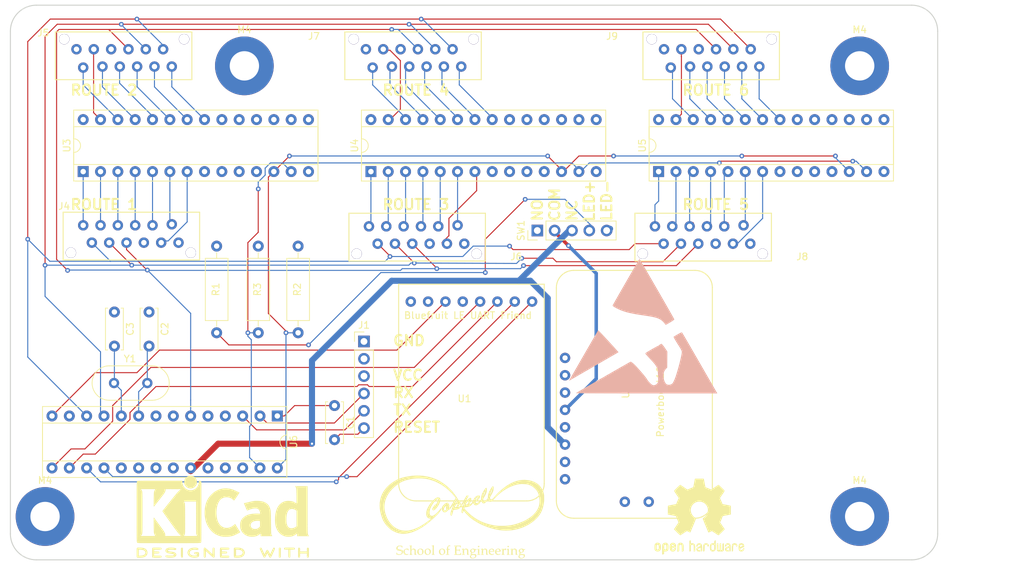
<source format=kicad_pcb>
(kicad_pcb (version 4) (host pcbnew 4.0.6)
  (layers (0 F.Cu mixed) (31 B.Cu mixed) (34 B.Paste user) (35 F.Paste user) (36 B.SilkS user) (37 F.SilkS user) (38 B.Mask user) (39 F.Mask user) (44 Edge.Cuts user))
  (net 0 "")
  (net 1 /CKC)
  (net 2 /GND)
  (net 3 /CKA)
  (net 4 /CKB)
  (net 5 /VCC)
  (net 6 /SCL)
  (net 7 /SDA)
  (net 8 "Net-(C2-Pad2)")
  (net 9 "Net-(R1-Pad1)")
  (net 10 "Net-(SW1-Pad2)")
  (net 11 /controller.sch/RESET)
  (net 12 /controller.sch/A0)
  (net 13 /RXI)
  (net 14 /TXO)
  (net 15 /CTS)
  (net 16 /MOD)
  (net 17 /RTS)
  (net 18 /RST)
  (net 19 "Net-(C3-Pad2)")
  (net 20 /RX)
  (net 21 /TX)
  (net 22 "Net-(J4-Pad9)")
  (net 23 "Net-(J4-Pad10)")
  (net 24 "Net-(J4-Pad12)")
  (net 25 "Net-(J5-Pad9)")
  (net 26 "Net-(J5-Pad10)")
  (net 27 "Net-(J5-Pad12)")
  (net 28 "Net-(J6-Pad9)")
  (net 29 "Net-(J6-Pad10)")
  (net 30 "Net-(J6-Pad12)")
  (net 31 "Net-(J7-Pad9)")
  (net 32 "Net-(J7-Pad10)")
  (net 33 "Net-(J7-Pad12)")
  (net 34 "Net-(J8-Pad9)")
  (net 35 "Net-(J8-Pad10)")
  (net 36 "Net-(J8-Pad12)")
  (net 37 "Net-(J9-Pad9)")
  (net 38 "Net-(J9-Pad10)")
  (net 39 "Net-(J9-Pad12)")
  (net 40 "Net-(J4-Pad2)")
  (net 41 "Net-(J4-Pad4)")
  (net 42 "Net-(J4-Pad6)")
  (net 43 "Net-(J4-Pad8)")
  (net 44 "Net-(J5-Pad2)")
  (net 45 "Net-(J5-Pad4)")
  (net 46 "Net-(J5-Pad6)")
  (net 47 "Net-(J5-Pad8)")
  (net 48 "Net-(J6-Pad2)")
  (net 49 "Net-(J6-Pad4)")
  (net 50 "Net-(J6-Pad6)")
  (net 51 "Net-(J6-Pad8)")
  (net 52 "Net-(J7-Pad2)")
  (net 53 "Net-(J7-Pad4)")
  (net 54 "Net-(J7-Pad6)")
  (net 55 "Net-(J7-Pad8)")
  (net 56 "Net-(J8-Pad2)")
  (net 57 "Net-(J8-Pad4)")
  (net 58 "Net-(J8-Pad6)")
  (net 59 "Net-(J8-Pad8)")
  (net 60 "Net-(J9-Pad2)")
  (net 61 "Net-(J9-Pad4)")
  (net 62 "Net-(J9-Pad6)")
  (net 63 "Net-(J9-Pad8)")
  (module Extra-Parts:Blueferuit_LE_UART (layer F.Cu) (at 151.892 118.364 270)
    (fp_text reference U1 (at 16.764 11.684 540) (layer F.SilkS))
    (fp_text value Adafruit_Bluefruit_LE_UART_Friend)
    (pad 1 thru_hole circle (at 2.54 1.778 270) (size 1.524 1.524) (drill 0.762) (layers *.Cu *.Mask) (net 16 /MOD))
    (pad 2 thru_hole circle (at 2.54 4.318 270) (size 1.524 1.524) (drill 0.762) (layers *.Cu *.Mask) (net 15 /CTS))
    (pad 3 thru_hole circle (at 2.54 6.858 270) (size 1.524 1.524) (drill 0.762) (layers *.Cu *.Mask) (net 14 /TXO))
    (pad 4 thru_hole circle (at 2.54 9.398 270) (size 1.524 1.524) (drill 0.762) (layers *.Cu *.Mask) (net 13 /RXI))
    (pad 5 thru_hole circle (at 2.54 11.938 270) (size 1.524 1.524) (drill 0.762) (layers *.Cu *.Mask) (net 5 /VCC))
    (pad 6 thru_hole circle (at 2.54 14.478 270) (size 1.524 1.524) (drill 0.762) (layers *.Cu *.Mask) (net 17 /RTS))
    (pad 7 thru_hole circle (at 2.54 17.018 270) (size 1.524 1.524) (drill 0.762) (layers *.Cu *.Mask) (net 2 /GND))
    (pad 8 thru_hole circle (at 2.54 19.558 270) (size 1.524 1.524) (drill 0.762) (layers *.Cu *.Mask))
  )
  (module Symbols:ESD-Logo_22x20mm_SilkScreen (layer B.Cu) (at 166.37 124.46 180)
    (fp_text reference REF*** hide)
    (fp_text value ESD-Logo_22x20mm_SilkScreen hide)
  )
  (module Housings_DIP:DIP-28_W7.62mm_Socket (layer F.Cu) (at 84.328 101.854 90)
    (fp_text reference U3 (at 3.81 -2.39 90) (layer F.SilkS))
    (fp_text value MCP23017)
    (pad 1 thru_hole rect (at 0 0 90) (size 1.6 1.6) (drill 0.8) (layers *.Cu *.Mask) (net 40 "Net-(J4-Pad2)"))
    (pad 15 thru_hole oval (at 7.62 33.02 90) (size 1.6 1.6) (drill 0.8) (layers *.Cu *.Mask) (net 2 /GND))
    (pad 2 thru_hole oval (at 0 2.54 90) (size 1.6 1.6) (drill 0.8) (layers *.Cu *.Mask) (net 41 "Net-(J4-Pad4)"))
    (pad 16 thru_hole oval (at 7.62 30.48 90) (size 1.6 1.6) (drill 0.8) (layers *.Cu *.Mask) (net 2 /GND))
    (pad 3 thru_hole oval (at 0 5.08 90) (size 1.6 1.6) (drill 0.8) (layers *.Cu *.Mask) (net 42 "Net-(J4-Pad6)"))
    (pad 17 thru_hole oval (at 7.62 27.94 90) (size 1.6 1.6) (drill 0.8) (layers *.Cu *.Mask) (net 2 /GND))
    (pad 4 thru_hole oval (at 0 7.62 90) (size 1.6 1.6) (drill 0.8) (layers *.Cu *.Mask) (net 43 "Net-(J4-Pad8)"))
    (pad 18 thru_hole oval (at 7.62 25.4 90) (size 1.6 1.6) (drill 0.8) (layers *.Cu *.Mask) (net 5 /VCC))
    (pad 5 thru_hole oval (at 0 10.16 90) (size 1.6 1.6) (drill 0.8) (layers *.Cu *.Mask) (net 23 "Net-(J4-Pad10)"))
    (pad 19 thru_hole oval (at 7.62 22.86 90) (size 1.6 1.6) (drill 0.8) (layers *.Cu *.Mask))
    (pad 6 thru_hole oval (at 0 12.7 90) (size 1.6 1.6) (drill 0.8) (layers *.Cu *.Mask) (net 24 "Net-(J4-Pad12)"))
    (pad 20 thru_hole oval (at 7.62 20.32 90) (size 1.6 1.6) (drill 0.8) (layers *.Cu *.Mask))
    (pad 7 thru_hole oval (at 0 15.24 90) (size 1.6 1.6) (drill 0.8) (layers *.Cu *.Mask) (net 22 "Net-(J4-Pad9)"))
    (pad 21 thru_hole oval (at 7.62 17.78 90) (size 1.6 1.6) (drill 0.8) (layers *.Cu *.Mask) (net 44 "Net-(J5-Pad2)"))
    (pad 8 thru_hole oval (at 0 17.78 90) (size 1.6 1.6) (drill 0.8) (layers *.Cu *.Mask))
    (pad 22 thru_hole oval (at 7.62 15.24 90) (size 1.6 1.6) (drill 0.8) (layers *.Cu *.Mask) (net 45 "Net-(J5-Pad4)"))
    (pad 9 thru_hole oval (at 0 20.32 90) (size 1.6 1.6) (drill 0.8) (layers *.Cu *.Mask) (net 5 /VCC))
    (pad 23 thru_hole oval (at 7.62 12.7 90) (size 1.6 1.6) (drill 0.8) (layers *.Cu *.Mask) (net 46 "Net-(J5-Pad6)"))
    (pad 10 thru_hole oval (at 0 22.86 90) (size 1.6 1.6) (drill 0.8) (layers *.Cu *.Mask) (net 2 /GND))
    (pad 24 thru_hole oval (at 7.62 10.16 90) (size 1.6 1.6) (drill 0.8) (layers *.Cu *.Mask) (net 47 "Net-(J5-Pad8)"))
    (pad 11 thru_hole oval (at 0 25.4 90) (size 1.6 1.6) (drill 0.8) (layers *.Cu *.Mask))
    (pad 25 thru_hole oval (at 7.62 7.62 90) (size 1.6 1.6) (drill 0.8) (layers *.Cu *.Mask) (net 26 "Net-(J5-Pad10)"))
    (pad 12 thru_hole oval (at 0 27.94 90) (size 1.6 1.6) (drill 0.8) (layers *.Cu *.Mask) (net 6 /SCL))
    (pad 26 thru_hole oval (at 7.62 5.08 90) (size 1.6 1.6) (drill 0.8) (layers *.Cu *.Mask) (net 27 "Net-(J5-Pad12)"))
    (pad 13 thru_hole oval (at 0 30.48 90) (size 1.6 1.6) (drill 0.8) (layers *.Cu *.Mask) (net 7 /SDA))
    (pad 27 thru_hole oval (at 7.62 2.54 90) (size 1.6 1.6) (drill 0.8) (layers *.Cu *.Mask) (net 25 "Net-(J5-Pad9)"))
    (pad 14 thru_hole oval (at 0 33.02 90) (size 1.6 1.6) (drill 0.8) (layers *.Cu *.Mask))
    (pad 28 thru_hole oval (at 7.62 0 90) (size 1.6 1.6) (drill 0.8) (layers *.Cu *.Mask))
  )
  (module Extra-Parts:Picofit-12 (layer F.Cu) (at 174.752 110.998 90)
    (fp_text reference J8 (at -3.32652 14.955596 180) (layer F.SilkS))
    (fp_text value CONN_02X06)
    (pad 11 thru_hole circle (at -1.42152 7.335596 180) (size 1.524 1.524) (drill 0.8) (layers *.Cu *.Mask))
    (pad 12 thru_hole circle (at 1.27 6.35 180) (size 1.524 1.524) (drill 0.8) (layers *.Cu *.Mask) (net 36 "Net-(J8-Pad12)"))
    (pad 9 thru_hole circle (at -1.42152 4.795596 180) (size 1.524 1.524) (drill 0.8) (layers *.Cu *.Mask) (net 34 "Net-(J8-Pad9)"))
    (pad 10 thru_hole circle (at 1.11848 3.525596 180) (size 1.524 1.524) (drill 0.8) (layers *.Cu *.Mask) (net 35 "Net-(J8-Pad10)"))
    (pad 7 thru_hole circle (at -1.42152 2.255596 180) (size 1.524 1.524) (drill 0.8) (layers *.Cu *.Mask) (net 2 /GND))
    (pad 8 thru_hole circle (at 1.11848 0.985596 180) (size 1.524 1.524) (drill 0.8) (layers *.Cu *.Mask) (net 59 "Net-(J8-Pad8)"))
    (pad 5 thru_hole circle (at -1.42152 -0.284404 180) (size 1.524 1.524) (drill 0.8) (layers *.Cu *.Mask) (net 3 /CKA))
    (pad 6 thru_hole circle (at 1.11848 -1.554404 180) (size 1.524 1.524) (drill 0.8) (layers *.Cu *.Mask) (net 58 "Net-(J8-Pad6)"))
    (pad 3 thru_hole circle (at -1.42152 -2.824404 180) (size 1.524 1.524) (drill 0.8) (layers *.Cu *.Mask) (net 4 /CKB))
    (pad 4 thru_hole circle (at 1.11848 -4.094404 180) (size 1.524 1.524) (drill 0.8) (layers *.Cu *.Mask) (net 57 "Net-(J8-Pad4)"))
    (pad 1 thru_hole circle (at -1.42152 -5.364404 180) (size 1.524 1.524) (drill 0.8) (layers *.Cu *.Mask) (net 1 /CKC))
    (pad 2 thru_hole circle (at 1.11848 -6.634404 180) (size 1.524 1.524) (drill 0.8) (layers *.Cu *.Mask) (net 56 "Net-(J8-Pad2)"))
    (pad "" np_thru_hole circle (at -2.90152 -8.434404 180) (size 1.524 1.524) (drill 1.5) (layers *.Cu *.Mask))
    (pad "" np_thru_hole circle (at -2.90152 9.135596 180) (size 1.524 1.524) (drill 1.5) (layers *.Cu *.Mask))
  )
  (module Extra-Parts:Picofit-12 (layer F.Cu) (at 90.962404 110.84648 90)
    (fp_text reference J4 (at 3.91248 -9.428404 180) (layer F.SilkS))
    (fp_text value CONN_02X06)
    (pad 11 thru_hole circle (at -1.42152 7.335596 180) (size 1.524 1.524) (drill 0.8) (layers *.Cu *.Mask))
    (pad 12 thru_hole circle (at 1.27 6.35 180) (size 1.524 1.524) (drill 0.8) (layers *.Cu *.Mask) (net 24 "Net-(J4-Pad12)"))
    (pad 9 thru_hole circle (at -1.42152 4.795596 180) (size 1.524 1.524) (drill 0.8) (layers *.Cu *.Mask) (net 22 "Net-(J4-Pad9)"))
    (pad 10 thru_hole circle (at 1.11848 3.525596 180) (size 1.524 1.524) (drill 0.8) (layers *.Cu *.Mask) (net 23 "Net-(J4-Pad10)"))
    (pad 7 thru_hole circle (at -1.42152 2.255596 180) (size 1.524 1.524) (drill 0.8) (layers *.Cu *.Mask) (net 2 /GND))
    (pad 8 thru_hole circle (at 1.11848 0.985596 180) (size 1.524 1.524) (drill 0.8) (layers *.Cu *.Mask) (net 43 "Net-(J4-Pad8)"))
    (pad 5 thru_hole circle (at -1.42152 -0.284404 180) (size 1.524 1.524) (drill 0.8) (layers *.Cu *.Mask) (net 3 /CKA))
    (pad 6 thru_hole circle (at 1.11848 -1.554404 180) (size 1.524 1.524) (drill 0.8) (layers *.Cu *.Mask) (net 42 "Net-(J4-Pad6)"))
    (pad 3 thru_hole circle (at -1.42152 -2.824404 180) (size 1.524 1.524) (drill 0.8) (layers *.Cu *.Mask) (net 4 /CKB))
    (pad 4 thru_hole circle (at 1.11848 -4.094404 180) (size 1.524 1.524) (drill 0.8) (layers *.Cu *.Mask) (net 41 "Net-(J4-Pad4)"))
    (pad 1 thru_hole circle (at -1.42152 -5.364404 180) (size 1.524 1.524) (drill 0.8) (layers *.Cu *.Mask) (net 1 /CKC))
    (pad 2 thru_hole circle (at 1.11848 -6.634404 180) (size 1.524 1.524) (drill 0.8) (layers *.Cu *.Mask) (net 40 "Net-(J4-Pad2)"))
    (pad "" np_thru_hole circle (at -2.90152 -8.434404 180) (size 1.524 1.524) (drill 1.5) (layers *.Cu *.Mask))
    (pad "" np_thru_hole circle (at -2.90152 9.135596 180) (size 1.524 1.524) (drill 1.5) (layers *.Cu *.Mask))
  )
  (module Extra-Parts:Picofit-12 (layer F.Cu) (at 176.784 85.344 270)
    (fp_text reference J9 (at -3.32652 14.955596 360) (layer F.SilkS))
    (fp_text value CONN_02X06)
    (pad 11 thru_hole circle (at -1.42152 7.335596) (size 1.524 1.524) (drill 0.8) (layers *.Cu *.Mask))
    (pad 12 thru_hole circle (at 1.27 6.35) (size 1.524 1.524) (drill 0.8) (layers *.Cu *.Mask) (net 39 "Net-(J9-Pad12)"))
    (pad 9 thru_hole circle (at -1.42152 4.795596) (size 1.524 1.524) (drill 0.8) (layers *.Cu *.Mask) (net 37 "Net-(J9-Pad9)"))
    (pad 10 thru_hole circle (at 1.11848 3.525596) (size 1.524 1.524) (drill 0.8) (layers *.Cu *.Mask) (net 38 "Net-(J9-Pad10)"))
    (pad 7 thru_hole circle (at -1.42152 2.255596) (size 1.524 1.524) (drill 0.8) (layers *.Cu *.Mask) (net 2 /GND))
    (pad 8 thru_hole circle (at 1.11848 0.985596) (size 1.524 1.524) (drill 0.8) (layers *.Cu *.Mask) (net 63 "Net-(J9-Pad8)"))
    (pad 5 thru_hole circle (at -1.42152 -0.284404) (size 1.524 1.524) (drill 0.8) (layers *.Cu *.Mask) (net 3 /CKA))
    (pad 6 thru_hole circle (at 1.11848 -1.554404) (size 1.524 1.524) (drill 0.8) (layers *.Cu *.Mask) (net 62 "Net-(J9-Pad6)"))
    (pad 3 thru_hole circle (at -1.42152 -2.824404) (size 1.524 1.524) (drill 0.8) (layers *.Cu *.Mask) (net 4 /CKB))
    (pad 4 thru_hole circle (at 1.11848 -4.094404) (size 1.524 1.524) (drill 0.8) (layers *.Cu *.Mask) (net 61 "Net-(J9-Pad4)"))
    (pad 1 thru_hole circle (at -1.42152 -5.364404) (size 1.524 1.524) (drill 0.8) (layers *.Cu *.Mask) (net 1 /CKC))
    (pad 2 thru_hole circle (at 1.11848 -6.634404) (size 1.524 1.524) (drill 0.8) (layers *.Cu *.Mask) (net 60 "Net-(J9-Pad2)"))
    (pad "" np_thru_hole circle (at -2.90152 -8.434404) (size 1.524 1.524) (drill 1.5) (layers *.Cu *.Mask))
    (pad "" np_thru_hole circle (at -2.90152 9.135596) (size 1.524 1.524) (drill 1.5) (layers *.Cu *.Mask))
  )
  (module Housings_DIP:DIP-28_W7.62mm_Socket (layer F.Cu) (at 126.492 101.854 90)
    (fp_text reference U4 (at 3.81 -2.39 90) (layer F.SilkS))
    (fp_text value MCP23017)
    (pad 1 thru_hole rect (at 0 0 90) (size 1.6 1.6) (drill 0.8) (layers *.Cu *.Mask) (net 48 "Net-(J6-Pad2)"))
    (pad 15 thru_hole oval (at 7.62 33.02 90) (size 1.6 1.6) (drill 0.8) (layers *.Cu *.Mask) (net 5 /VCC))
    (pad 2 thru_hole oval (at 0 2.54 90) (size 1.6 1.6) (drill 0.8) (layers *.Cu *.Mask) (net 49 "Net-(J6-Pad4)"))
    (pad 16 thru_hole oval (at 7.62 30.48 90) (size 1.6 1.6) (drill 0.8) (layers *.Cu *.Mask) (net 2 /GND))
    (pad 3 thru_hole oval (at 0 5.08 90) (size 1.6 1.6) (drill 0.8) (layers *.Cu *.Mask) (net 50 "Net-(J6-Pad6)"))
    (pad 17 thru_hole oval (at 7.62 27.94 90) (size 1.6 1.6) (drill 0.8) (layers *.Cu *.Mask) (net 2 /GND))
    (pad 4 thru_hole oval (at 0 7.62 90) (size 1.6 1.6) (drill 0.8) (layers *.Cu *.Mask) (net 51 "Net-(J6-Pad8)"))
    (pad 18 thru_hole oval (at 7.62 25.4 90) (size 1.6 1.6) (drill 0.8) (layers *.Cu *.Mask) (net 5 /VCC))
    (pad 5 thru_hole oval (at 0 10.16 90) (size 1.6 1.6) (drill 0.8) (layers *.Cu *.Mask) (net 29 "Net-(J6-Pad10)"))
    (pad 19 thru_hole oval (at 7.62 22.86 90) (size 1.6 1.6) (drill 0.8) (layers *.Cu *.Mask))
    (pad 6 thru_hole oval (at 0 12.7 90) (size 1.6 1.6) (drill 0.8) (layers *.Cu *.Mask) (net 30 "Net-(J6-Pad12)"))
    (pad 20 thru_hole oval (at 7.62 20.32 90) (size 1.6 1.6) (drill 0.8) (layers *.Cu *.Mask))
    (pad 7 thru_hole oval (at 0 15.24 90) (size 1.6 1.6) (drill 0.8) (layers *.Cu *.Mask) (net 28 "Net-(J6-Pad9)"))
    (pad 21 thru_hole oval (at 7.62 17.78 90) (size 1.6 1.6) (drill 0.8) (layers *.Cu *.Mask) (net 52 "Net-(J7-Pad2)"))
    (pad 8 thru_hole oval (at 0 17.78 90) (size 1.6 1.6) (drill 0.8) (layers *.Cu *.Mask))
    (pad 22 thru_hole oval (at 7.62 15.24 90) (size 1.6 1.6) (drill 0.8) (layers *.Cu *.Mask) (net 53 "Net-(J7-Pad4)"))
    (pad 9 thru_hole oval (at 0 20.32 90) (size 1.6 1.6) (drill 0.8) (layers *.Cu *.Mask) (net 5 /VCC))
    (pad 23 thru_hole oval (at 7.62 12.7 90) (size 1.6 1.6) (drill 0.8) (layers *.Cu *.Mask) (net 54 "Net-(J7-Pad6)"))
    (pad 10 thru_hole oval (at 0 22.86 90) (size 1.6 1.6) (drill 0.8) (layers *.Cu *.Mask) (net 2 /GND))
    (pad 24 thru_hole oval (at 7.62 10.16 90) (size 1.6 1.6) (drill 0.8) (layers *.Cu *.Mask) (net 55 "Net-(J7-Pad8)"))
    (pad 11 thru_hole oval (at 0 25.4 90) (size 1.6 1.6) (drill 0.8) (layers *.Cu *.Mask))
    (pad 25 thru_hole oval (at 7.62 7.62 90) (size 1.6 1.6) (drill 0.8) (layers *.Cu *.Mask) (net 32 "Net-(J7-Pad10)"))
    (pad 12 thru_hole oval (at 0 27.94 90) (size 1.6 1.6) (drill 0.8) (layers *.Cu *.Mask) (net 6 /SCL))
    (pad 26 thru_hole oval (at 7.62 5.08 90) (size 1.6 1.6) (drill 0.8) (layers *.Cu *.Mask) (net 33 "Net-(J7-Pad12)"))
    (pad 13 thru_hole oval (at 0 30.48 90) (size 1.6 1.6) (drill 0.8) (layers *.Cu *.Mask) (net 7 /SDA))
    (pad 27 thru_hole oval (at 7.62 2.54 90) (size 1.6 1.6) (drill 0.8) (layers *.Cu *.Mask) (net 31 "Net-(J7-Pad9)"))
    (pad 14 thru_hole oval (at 0 33.02 90) (size 1.6 1.6) (drill 0.8) (layers *.Cu *.Mask))
    (pad 28 thru_hole oval (at 7.62 0 90) (size 1.6 1.6) (drill 0.8) (layers *.Cu *.Mask))
  )
  (module Capacitors_THT:C_Disc_D6.0mm_W2.5mm_P5.00mm (layer F.Cu) (at 121.158 136.144 270)
    (fp_text reference C1 (at 2.5 -2.31 270) (layer F.SilkS))
    (fp_text value C.1uF)
    (pad 1 thru_hole circle (at 0 0 270) (size 1.6 1.6) (drill 0.8) (layers *.Cu *.Mask) (net 11 /controller.sch/RESET))
    (pad 2 thru_hole circle (at 5 0 270) (size 1.6 1.6) (drill 0.8) (layers *.Cu *.Mask) (net 18 /RST))
  )
  (module Pin_Headers:Pin_Header_Straight_1x06_Pitch2.54mm (layer F.Cu) (at 125.476 126.746)
    (fp_text reference J1 (at 0 -2.39) (layer F.SilkS))
    (fp_text value CONN_01X06)
    (pad 1 thru_hole rect (at 0 0) (size 1.7 1.7) (drill 1) (layers *.Cu *.Mask) (net 2 /GND))
    (pad 2 thru_hole oval (at 0 2.54) (size 1.7 1.7) (drill 1) (layers *.Cu *.Mask))
    (pad 3 thru_hole oval (at 0 5.08) (size 1.7 1.7) (drill 1) (layers *.Cu *.Mask) (net 5 /VCC))
    (pad 4 thru_hole oval (at 0 7.62) (size 1.7 1.7) (drill 1) (layers *.Cu *.Mask) (net 20 /RX))
    (pad 5 thru_hole oval (at 0 10.16) (size 1.7 1.7) (drill 1) (layers *.Cu *.Mask) (net 21 /TX))
    (pad 6 thru_hole oval (at 0 12.7) (size 1.7 1.7) (drill 1) (layers *.Cu *.Mask) (net 18 /RST))
  )
  (module Resistors_THT:R_Axial_DIN0309_L9.0mm_D3.2mm_P12.70mm_Horizontal (layer F.Cu) (at 103.886 125.476 90)
    (fp_text reference R1 (at 6.35 -0.12 90) (layer F.SilkS))
    (fp_text value R220)
    (pad 1 thru_hole circle (at 0 0 90) (size 1.6 1.6) (drill 0.8) (layers *.Cu *.Mask) (net 9 "Net-(R1-Pad1)"))
    (pad 2 thru_hole oval (at 12.7 0 90) (size 1.6 1.6) (drill 0.8) (layers *.Cu *.Mask) (net 5 /VCC))
  )
  (module Resistors_THT:R_Axial_DIN0309_L9.0mm_D3.2mm_P12.70mm_Horizontal (layer F.Cu) (at 115.824 125.476 90)
    (fp_text reference R2 (at 6.35 -0.12 90) (layer F.SilkS))
    (fp_text value R4K7)
    (pad 1 thru_hole circle (at 0 0 90) (size 1.6 1.6) (drill 0.8) (layers *.Cu *.Mask) (net 6 /SCL))
    (pad 2 thru_hole oval (at 12.7 0 90) (size 1.6 1.6) (drill 0.8) (layers *.Cu *.Mask) (net 5 /VCC))
  )
  (module Resistors_THT:R_Axial_DIN0309_L9.0mm_D3.2mm_P12.70mm_Horizontal (layer F.Cu) (at 109.982 125.476 90)
    (fp_text reference R3 (at 6.35 -0.12 90) (layer F.SilkS))
    (fp_text value R4K7)
    (pad 1 thru_hole circle (at 0 0 90) (size 1.6 1.6) (drill 0.8) (layers *.Cu *.Mask) (net 7 /SDA))
    (pad 2 thru_hole oval (at 12.7 0 90) (size 1.6 1.6) (drill 0.8) (layers *.Cu *.Mask) (net 5 /VCC))
  )
  (module Pin_Headers:Pin_Header_Straight_1x05_Pitch2.54mm (layer F.Cu) (at 150.876 110.49 90)
    (fp_text reference SW1 (at 0 -2.39 90) (layer F.SilkS))
    (fp_text value SW_SPDT_LED)
    (pad 1 thru_hole rect (at 0 0 90) (size 1.7 1.7) (drill 1) (layers *.Cu *.Mask) (net 2 /GND))
    (pad 2 thru_hole oval (at 0 2.54 90) (size 1.7 1.7) (drill 1) (layers *.Cu *.Mask) (net 10 "Net-(SW1-Pad2)"))
    (pad 3 thru_hole oval (at 0 5.08 90) (size 1.7 1.7) (drill 1) (layers *.Cu *.Mask) (net 12 /controller.sch/A0))
    (pad 4 thru_hole oval (at 0 7.62 90) (size 1.7 1.7) (drill 1) (layers *.Cu *.Mask) (net 9 "Net-(R1-Pad1)"))
    (pad 5 thru_hole oval (at 0 10.16 90) (size 1.7 1.7) (drill 1) (layers *.Cu *.Mask) (net 2 /GND))
  )
  (module Extra-Parts:Powerboost1000c (layer F.Cu) (at 176.53 116.332 270)
    (fp_text reference U2 (at 17.78 12.7 270) (layer F.SilkS))
    (fp_text value Powerboost1000C (at 17.78 7.62 270) (layer F.SilkS))
    (pad 1 thru_hole circle (at 12.827 21.59 270) (size 1.524 1.524) (drill 0.762) (layers *.Cu *.Mask))
    (pad 2 thru_hole circle (at 15.367 21.59 270) (size 1.524 1.524) (drill 0.762) (layers *.Cu *.Mask))
    (pad 3 thru_hole circle (at 17.907 21.59 270) (size 1.524 1.524) (drill 0.762) (layers *.Cu *.Mask))
    (pad 4 thru_hole circle (at 20.447 21.59 270) (size 1.524 1.524) (drill 0.762) (layers *.Cu *.Mask) (net 10 "Net-(SW1-Pad2)"))
    (pad 5 thru_hole circle (at 22.987 21.59 270) (size 1.524 1.524) (drill 0.762) (layers *.Cu *.Mask))
    (pad 6 thru_hole circle (at 25.527 21.59 270) (size 1.524 1.524) (drill 0.762) (layers *.Cu *.Mask) (net 12 /controller.sch/A0))
    (pad 7 thru_hole circle (at 28.067 21.59 270) (size 1.524 1.524) (drill 0.762) (layers *.Cu *.Mask) (net 2 /GND))
    (pad 8 thru_hole circle (at 30.607 21.59 270) (size 1.524 1.524) (drill 0.762) (layers *.Cu *.Mask) (net 5 /VCC))
    (pad 9 thru_hole circle (at 33.909 12.827 270) (size 1.524 1.524) (drill 0.762) (layers *.Cu *.Mask))
    (pad 10 thru_hole circle (at 33.909 9.327 270) (size 1.524 1.524) (drill 0.762) (layers *.Cu *.Mask))
  )
  (module Housings_DIP:DIP-28_W7.62mm_Socket (layer F.Cu) (at 168.656 101.854 90)
    (fp_text reference U5 (at 3.81 -2.39 90) (layer F.SilkS))
    (fp_text value MCP23017)
    (pad 1 thru_hole rect (at 0 0 90) (size 1.6 1.6) (drill 0.8) (layers *.Cu *.Mask) (net 56 "Net-(J8-Pad2)"))
    (pad 15 thru_hole oval (at 7.62 33.02 90) (size 1.6 1.6) (drill 0.8) (layers *.Cu *.Mask) (net 5 /VCC))
    (pad 2 thru_hole oval (at 0 2.54 90) (size 1.6 1.6) (drill 0.8) (layers *.Cu *.Mask) (net 57 "Net-(J8-Pad4)"))
    (pad 16 thru_hole oval (at 7.62 30.48 90) (size 1.6 1.6) (drill 0.8) (layers *.Cu *.Mask) (net 2 /GND))
    (pad 3 thru_hole oval (at 0 5.08 90) (size 1.6 1.6) (drill 0.8) (layers *.Cu *.Mask) (net 58 "Net-(J8-Pad6)"))
    (pad 17 thru_hole oval (at 7.62 27.94 90) (size 1.6 1.6) (drill 0.8) (layers *.Cu *.Mask) (net 2 /GND))
    (pad 4 thru_hole oval (at 0 7.62 90) (size 1.6 1.6) (drill 0.8) (layers *.Cu *.Mask) (net 59 "Net-(J8-Pad8)"))
    (pad 18 thru_hole oval (at 7.62 25.4 90) (size 1.6 1.6) (drill 0.8) (layers *.Cu *.Mask) (net 5 /VCC))
    (pad 5 thru_hole oval (at 0 10.16 90) (size 1.6 1.6) (drill 0.8) (layers *.Cu *.Mask) (net 35 "Net-(J8-Pad10)"))
    (pad 19 thru_hole oval (at 7.62 22.86 90) (size 1.6 1.6) (drill 0.8) (layers *.Cu *.Mask))
    (pad 6 thru_hole oval (at 0 12.7 90) (size 1.6 1.6) (drill 0.8) (layers *.Cu *.Mask) (net 36 "Net-(J8-Pad12)"))
    (pad 20 thru_hole oval (at 7.62 20.32 90) (size 1.6 1.6) (drill 0.8) (layers *.Cu *.Mask))
    (pad 7 thru_hole oval (at 0 15.24 90) (size 1.6 1.6) (drill 0.8) (layers *.Cu *.Mask) (net 34 "Net-(J8-Pad9)"))
    (pad 21 thru_hole oval (at 7.62 17.78 90) (size 1.6 1.6) (drill 0.8) (layers *.Cu *.Mask) (net 60 "Net-(J9-Pad2)"))
    (pad 8 thru_hole oval (at 0 17.78 90) (size 1.6 1.6) (drill 0.8) (layers *.Cu *.Mask))
    (pad 22 thru_hole oval (at 7.62 15.24 90) (size 1.6 1.6) (drill 0.8) (layers *.Cu *.Mask) (net 61 "Net-(J9-Pad4)"))
    (pad 9 thru_hole oval (at 0 20.32 90) (size 1.6 1.6) (drill 0.8) (layers *.Cu *.Mask) (net 5 /VCC))
    (pad 23 thru_hole oval (at 7.62 12.7 90) (size 1.6 1.6) (drill 0.8) (layers *.Cu *.Mask) (net 62 "Net-(J9-Pad6)"))
    (pad 10 thru_hole oval (at 0 22.86 90) (size 1.6 1.6) (drill 0.8) (layers *.Cu *.Mask) (net 2 /GND))
    (pad 24 thru_hole oval (at 7.62 10.16 90) (size 1.6 1.6) (drill 0.8) (layers *.Cu *.Mask) (net 63 "Net-(J9-Pad8)"))
    (pad 11 thru_hole oval (at 0 25.4 90) (size 1.6 1.6) (drill 0.8) (layers *.Cu *.Mask))
    (pad 25 thru_hole oval (at 7.62 7.62 90) (size 1.6 1.6) (drill 0.8) (layers *.Cu *.Mask) (net 38 "Net-(J9-Pad10)"))
    (pad 12 thru_hole oval (at 0 27.94 90) (size 1.6 1.6) (drill 0.8) (layers *.Cu *.Mask) (net 6 /SCL))
    (pad 26 thru_hole oval (at 7.62 5.08 90) (size 1.6 1.6) (drill 0.8) (layers *.Cu *.Mask) (net 39 "Net-(J9-Pad12)"))
    (pad 13 thru_hole oval (at 0 30.48 90) (size 1.6 1.6) (drill 0.8) (layers *.Cu *.Mask) (net 7 /SDA))
    (pad 27 thru_hole oval (at 7.62 2.54 90) (size 1.6 1.6) (drill 0.8) (layers *.Cu *.Mask) (net 37 "Net-(J9-Pad9)"))
    (pad 14 thru_hole oval (at 0 33.02 90) (size 1.6 1.6) (drill 0.8) (layers *.Cu *.Mask))
    (pad 28 thru_hole oval (at 7.62 0 90) (size 1.6 1.6) (drill 0.8) (layers *.Cu *.Mask))
  )
  (module Housings_DIP:DIP-28_W7.62mm_Socket (layer F.Cu) (at 112.776 137.668 270)
    (fp_text reference U6 (at 3.81 -2.39 270) (layer F.SilkS))
    (fp_text value ATMEGA328P-PU)
    (pad 1 thru_hole rect (at 0 0 270) (size 1.6 1.6) (drill 0.8) (layers *.Cu *.Mask) (net 11 /controller.sch/RESET))
    (pad 15 thru_hole oval (at 7.62 33.02 270) (size 1.6 1.6) (drill 0.8) (layers *.Cu *.Mask) (net 13 /RXI))
    (pad 2 thru_hole oval (at 0 2.54 270) (size 1.6 1.6) (drill 0.8) (layers *.Cu *.Mask) (net 20 /RX))
    (pad 16 thru_hole oval (at 7.62 30.48 270) (size 1.6 1.6) (drill 0.8) (layers *.Cu *.Mask) (net 14 /TXO))
    (pad 3 thru_hole oval (at 0 5.08 270) (size 1.6 1.6) (drill 0.8) (layers *.Cu *.Mask) (net 21 /TX))
    (pad 17 thru_hole oval (at 7.62 27.94 270) (size 1.6 1.6) (drill 0.8) (layers *.Cu *.Mask) (net 15 /CTS))
    (pad 4 thru_hole oval (at 0 7.62 270) (size 1.6 1.6) (drill 0.8) (layers *.Cu *.Mask))
    (pad 18 thru_hole oval (at 7.62 25.4 270) (size 1.6 1.6) (drill 0.8) (layers *.Cu *.Mask) (net 16 /MOD))
    (pad 5 thru_hole oval (at 0 10.16 270) (size 1.6 1.6) (drill 0.8) (layers *.Cu *.Mask))
    (pad 19 thru_hole oval (at 7.62 22.86 270) (size 1.6 1.6) (drill 0.8) (layers *.Cu *.Mask))
    (pad 6 thru_hole oval (at 0 12.7 270) (size 1.6 1.6) (drill 0.8) (layers *.Cu *.Mask) (net 3 /CKA))
    (pad 20 thru_hole oval (at 7.62 20.32 270) (size 1.6 1.6) (drill 0.8) (layers *.Cu *.Mask) (net 5 /VCC))
    (pad 7 thru_hole oval (at 0 15.24 270) (size 1.6 1.6) (drill 0.8) (layers *.Cu *.Mask) (net 5 /VCC))
    (pad 21 thru_hole oval (at 7.62 17.78 270) (size 1.6 1.6) (drill 0.8) (layers *.Cu *.Mask))
    (pad 8 thru_hole oval (at 0 17.78 270) (size 1.6 1.6) (drill 0.8) (layers *.Cu *.Mask) (net 2 /GND))
    (pad 22 thru_hole oval (at 7.62 15.24 270) (size 1.6 1.6) (drill 0.8) (layers *.Cu *.Mask) (net 2 /GND))
    (pad 9 thru_hole oval (at 0 20.32 270) (size 1.6 1.6) (drill 0.8) (layers *.Cu *.Mask) (net 8 "Net-(C2-Pad2)"))
    (pad 23 thru_hole oval (at 7.62 12.7 270) (size 1.6 1.6) (drill 0.8) (layers *.Cu *.Mask) (net 12 /controller.sch/A0))
    (pad 10 thru_hole oval (at 0 22.86 270) (size 1.6 1.6) (drill 0.8) (layers *.Cu *.Mask) (net 19 "Net-(C3-Pad2)"))
    (pad 24 thru_hole oval (at 7.62 10.16 270) (size 1.6 1.6) (drill 0.8) (layers *.Cu *.Mask))
    (pad 11 thru_hole oval (at 0 25.4 270) (size 1.6 1.6) (drill 0.8) (layers *.Cu *.Mask) (net 4 /CKB))
    (pad 25 thru_hole oval (at 7.62 7.62 270) (size 1.6 1.6) (drill 0.8) (layers *.Cu *.Mask))
    (pad 12 thru_hole oval (at 0 27.94 270) (size 1.6 1.6) (drill 0.8) (layers *.Cu *.Mask) (net 1 /CKC))
    (pad 26 thru_hole oval (at 7.62 5.08 270) (size 1.6 1.6) (drill 0.8) (layers *.Cu *.Mask))
    (pad 13 thru_hole oval (at 0 30.48 270) (size 1.6 1.6) (drill 0.8) (layers *.Cu *.Mask))
    (pad 27 thru_hole oval (at 7.62 2.54 270) (size 1.6 1.6) (drill 0.8) (layers *.Cu *.Mask) (net 7 /SDA))
    (pad 14 thru_hole oval (at 0 33.02 270) (size 1.6 1.6) (drill 0.8) (layers *.Cu *.Mask) (net 17 /RTS))
    (pad 28 thru_hole oval (at 7.62 0 270) (size 1.6 1.6) (drill 0.8) (layers *.Cu *.Mask) (net 6 /SCL))
  )
  (module Crystals:Crystal_HC49-U_Vertical (layer F.Cu) (at 93.726 132.842 180)
    (fp_text reference Y1 (at 2.54 3.556 180) (layer F.SilkS))
    (fp_text value Crystal)
    (pad 1 thru_hole circle (at 0 0 180) (size 1.5 1.5) (drill 0.8) (layers *.Cu *.Mask) (net 8 "Net-(C2-Pad2)"))
    (pad 2 thru_hole circle (at 4.88 0 180) (size 1.5 1.5) (drill 0.8) (layers *.Cu *.Mask) (net 19 "Net-(C3-Pad2)"))
  )
  (module Capacitors_THT:C_Disc_D6.0mm_W2.5mm_P5.00mm (layer F.Cu) (at 93.98 122.428 270)
    (fp_text reference C2 (at 2.5 -2.31 270) (layer F.SilkS))
    (fp_text value C20p)
    (pad 1 thru_hole circle (at 0 0 270) (size 1.6 1.6) (drill 0.8) (layers *.Cu *.Mask) (net 2 /GND))
    (pad 2 thru_hole circle (at 5 0 270) (size 1.6 1.6) (drill 0.8) (layers *.Cu *.Mask) (net 8 "Net-(C2-Pad2)"))
  )
  (module Capacitors_THT:C_Disc_D6.0mm_W2.5mm_P5.00mm (layer F.Cu) (at 88.9 122.428 270)
    (fp_text reference C3 (at 2.5 -2.31 270) (layer F.SilkS))
    (fp_text value C20p)
    (pad 1 thru_hole circle (at 0 0 270) (size 1.6 1.6) (drill 0.8) (layers *.Cu *.Mask) (net 2 /GND))
    (pad 2 thru_hole circle (at 5 0 270) (size 1.6 1.6) (drill 0.8) (layers *.Cu *.Mask) (net 19 "Net-(C3-Pad2)"))
  )
  (module Mounting_Holes:MountingHole_4.3mm_M4_Pad (layer F.Cu) (at 107.95 86.36)
    (fp_text reference M4 (at 0 -5.3) (layer F.SilkS))
    (fp_text value MountingHole_4.3mm_M4_Pad)
    (pad 1 thru_hole circle (at 0 0) (size 8.6 8.6) (drill 4.3) (layers *.Cu *.Mask))
  )
  (module Mounting_Holes:MountingHole_4.3mm_M4_Pad (layer F.Cu) (at 78.74 152.4)
    (fp_text reference M4 (at 0 -5.3) (layer F.SilkS))
    (fp_text value MountingHole_4.3mm_M4_Pad)
    (pad 1 thru_hole circle (at 0 0) (size 8.6 8.6) (drill 4.3) (layers *.Cu *.Mask))
  )
  (module Mounting_Holes:MountingHole_4.3mm_M4_Pad (layer F.Cu) (at 198.12 152.4)
    (fp_text reference M4 (at 0 -5.3) (layer F.SilkS))
    (fp_text value MountingHole_4.3mm_M4_Pad)
    (pad 1 thru_hole circle (at 0 0) (size 8.6 8.6) (drill 4.3) (layers *.Cu *.Mask))
  )
  (module Mounting_Holes:MountingHole_4.3mm_M4_Pad (layer F.Cu) (at 198.12 86.36)
    (fp_text reference M4 (at 0 -5.3) (layer F.SilkS))
    (fp_text value MountingHole_4.3mm_M4_Pad)
    (pad 1 thru_hole circle (at 0 0) (size 8.6 8.6) (drill 4.3) (layers *.Cu *.Mask))
  )
  (module Symbols:OSHW-Logo2_14.6x12mm_SilkScreen (layer F.Cu) (at 174.625 152.4)
    (fp_text reference REF*** hide)
    (fp_text value OSHW-Logo2_14.6x12mm_SilkScreen hide)
  )
  (module Symbols:KiCad-Logo2_12mm_SilkScreen (layer F.Cu) (at 104.775 152.4)
    (fp_text reference REF*** hide)
    (fp_text value KiCad-Logo2_12mm_SilkScreen hide)
  )
  (module "Extra-Parts:SOE Logo" (layer F.Cu) (at 139.7 152.4)
    (fp_text reference G*** hide)
    (fp_text value LOGO hide)
  )
  (module Extra-Parts:Picofit-12 (layer F.Cu) (at 90.678 85.344 270)
    (fp_text reference J5 (at -3.81 12.192 360) (layer F.SilkS))
    (fp_text value CONN_02X06)
    (pad 11 thru_hole circle (at -1.42152 7.335596) (size 1.524 1.524) (drill 0.8) (layers *.Cu *.Mask))
    (pad 12 thru_hole circle (at 1.27 6.35) (size 1.524 1.524) (drill 0.8) (layers *.Cu *.Mask) (net 27 "Net-(J5-Pad12)"))
    (pad 9 thru_hole circle (at -1.42152 4.795596) (size 1.524 1.524) (drill 0.8) (layers *.Cu *.Mask) (net 25 "Net-(J5-Pad9)"))
    (pad 10 thru_hole circle (at 1.11848 3.525596) (size 1.524 1.524) (drill 0.8) (layers *.Cu *.Mask) (net 26 "Net-(J5-Pad10)"))
    (pad 7 thru_hole circle (at -1.42152 2.255596) (size 1.524 1.524) (drill 0.8) (layers *.Cu *.Mask) (net 2 /GND))
    (pad 8 thru_hole circle (at 1.11848 0.985596) (size 1.524 1.524) (drill 0.8) (layers *.Cu *.Mask) (net 47 "Net-(J5-Pad8)"))
    (pad 5 thru_hole circle (at -1.42152 -0.284404) (size 1.524 1.524) (drill 0.8) (layers *.Cu *.Mask) (net 3 /CKA))
    (pad 6 thru_hole circle (at 1.11848 -1.554404) (size 1.524 1.524) (drill 0.8) (layers *.Cu *.Mask) (net 46 "Net-(J5-Pad6)"))
    (pad 3 thru_hole circle (at -1.42152 -2.824404) (size 1.524 1.524) (drill 0.8) (layers *.Cu *.Mask) (net 4 /CKB))
    (pad 4 thru_hole circle (at 1.11848 -4.094404) (size 1.524 1.524) (drill 0.8) (layers *.Cu *.Mask) (net 45 "Net-(J5-Pad4)"))
    (pad 1 thru_hole circle (at -1.42152 -5.364404) (size 1.524 1.524) (drill 0.8) (layers *.Cu *.Mask) (net 1 /CKC))
    (pad 2 thru_hole circle (at 1.11848 -6.634404) (size 1.524 1.524) (drill 0.8) (layers *.Cu *.Mask) (net 44 "Net-(J5-Pad2)"))
    (pad "" np_thru_hole circle (at -2.90152 -8.434404) (size 1.524 1.524) (drill 1.5) (layers *.Cu *.Mask))
    (pad "" np_thru_hole circle (at -2.90152 9.135596) (size 1.524 1.524) (drill 1.5) (layers *.Cu *.Mask))
  )
  (module Extra-Parts:Picofit-12 (layer F.Cu) (at 132.842 110.998 90)
    (fp_text reference J6 (at -3.32652 14.955596 180) (layer F.SilkS))
    (fp_text value CONN_02X06)
    (pad 11 thru_hole circle (at -1.42152 7.335596 180) (size 1.524 1.524) (drill 0.8) (layers *.Cu *.Mask))
    (pad 12 thru_hole circle (at 1.27 6.35 180) (size 1.524 1.524) (drill 0.8) (layers *.Cu *.Mask) (net 30 "Net-(J6-Pad12)"))
    (pad 9 thru_hole circle (at -1.42152 4.795596 180) (size 1.524 1.524) (drill 0.8) (layers *.Cu *.Mask) (net 28 "Net-(J6-Pad9)"))
    (pad 10 thru_hole circle (at 1.11848 3.525596 180) (size 1.524 1.524) (drill 0.8) (layers *.Cu *.Mask) (net 29 "Net-(J6-Pad10)"))
    (pad 7 thru_hole circle (at -1.42152 2.255596 180) (size 1.524 1.524) (drill 0.8) (layers *.Cu *.Mask) (net 2 /GND))
    (pad 8 thru_hole circle (at 1.11848 0.985596 180) (size 1.524 1.524) (drill 0.8) (layers *.Cu *.Mask) (net 51 "Net-(J6-Pad8)"))
    (pad 5 thru_hole circle (at -1.42152 -0.284404 180) (size 1.524 1.524) (drill 0.8) (layers *.Cu *.Mask) (net 3 /CKA))
    (pad 6 thru_hole circle (at 1.11848 -1.554404 180) (size 1.524 1.524) (drill 0.8) (layers *.Cu *.Mask) (net 50 "Net-(J6-Pad6)"))
    (pad 3 thru_hole circle (at -1.42152 -2.824404 180) (size 1.524 1.524) (drill 0.8) (layers *.Cu *.Mask) (net 4 /CKB))
    (pad 4 thru_hole circle (at 1.11848 -4.094404 180) (size 1.524 1.524) (drill 0.8) (layers *.Cu *.Mask) (net 49 "Net-(J6-Pad4)"))
    (pad 1 thru_hole circle (at -1.42152 -5.364404 180) (size 1.524 1.524) (drill 0.8) (layers *.Cu *.Mask) (net 1 /CKC))
    (pad 2 thru_hole circle (at 1.11848 -6.634404 180) (size 1.524 1.524) (drill 0.8) (layers *.Cu *.Mask) (net 48 "Net-(J6-Pad2)"))
    (pad "" np_thru_hole circle (at -2.90152 -8.434404 180) (size 1.524 1.524) (drill 1.5) (layers *.Cu *.Mask))
    (pad "" np_thru_hole circle (at -2.90152 9.135596 180) (size 1.524 1.524) (drill 1.5) (layers *.Cu *.Mask))
  )
  (module Extra-Parts:Picofit-12 (layer F.Cu) (at 133.096 85.344 270)
    (fp_text reference J7 (at -3.32652 14.955596 360) (layer F.SilkS))
    (fp_text value CONN_02X06)
    (pad 11 thru_hole circle (at -1.42152 7.335596) (size 1.524 1.524) (drill 0.8) (layers *.Cu *.Mask))
    (pad 12 thru_hole circle (at 1.27 6.35) (size 1.524 1.524) (drill 0.8) (layers *.Cu *.Mask) (net 33 "Net-(J7-Pad12)"))
    (pad 9 thru_hole circle (at -1.42152 4.795596) (size 1.524 1.524) (drill 0.8) (layers *.Cu *.Mask) (net 31 "Net-(J7-Pad9)"))
    (pad 10 thru_hole circle (at 1.11848 3.525596) (size 1.524 1.524) (drill 0.8) (layers *.Cu *.Mask) (net 32 "Net-(J7-Pad10)"))
    (pad 7 thru_hole circle (at -1.42152 2.255596) (size 1.524 1.524) (drill 0.8) (layers *.Cu *.Mask) (net 2 /GND))
    (pad 8 thru_hole circle (at 1.11848 0.985596) (size 1.524 1.524) (drill 0.8) (layers *.Cu *.Mask) (net 55 "Net-(J7-Pad8)"))
    (pad 5 thru_hole circle (at -1.42152 -0.284404) (size 1.524 1.524) (drill 0.8) (layers *.Cu *.Mask) (net 3 /CKA))
    (pad 6 thru_hole circle (at 1.11848 -1.554404) (size 1.524 1.524) (drill 0.8) (layers *.Cu *.Mask) (net 54 "Net-(J7-Pad6)"))
    (pad 3 thru_hole circle (at -1.42152 -2.824404) (size 1.524 1.524) (drill 0.8) (layers *.Cu *.Mask) (net 4 /CKB))
    (pad 4 thru_hole circle (at 1.11848 -4.094404) (size 1.524 1.524) (drill 0.8) (layers *.Cu *.Mask) (net 53 "Net-(J7-Pad4)"))
    (pad 1 thru_hole circle (at -1.42152 -5.364404) (size 1.524 1.524) (drill 0.8) (layers *.Cu *.Mask) (net 1 /CKC))
    (pad 2 thru_hole circle (at 1.11848 -6.634404) (size 1.524 1.524) (drill 0.8) (layers *.Cu *.Mask) (net 52 "Net-(J7-Pad2)"))
    (pad "" np_thru_hole circle (at -2.90152 -8.434404) (size 1.524 1.524) (drill 1.5) (layers *.Cu *.Mask))
    (pad "" np_thru_hole circle (at -2.90152 9.135596) (size 1.524 1.524) (drill 1.5) (layers *.Cu *.Mask))
  )
  (gr_text "Bluefruit LE UART Friend" (at 140.716 122.936) (layer F.SilkS) (effects (font (size 1 1))))
  (gr_text "ROUTE 6" (at 177.038 89.916) (layer F.SilkS) (effects (font (size 1.5 1.5) (thickness 0.3))))
  (gr_text "ROUTE 5" (at 177.038 106.68) (layer F.SilkS) (effects (font (size 1.5 1.5) (thickness 0.3))))
  (gr_text "ROUTE 4" (at 133.096 89.916) (layer F.SilkS) (effects (font (size 1.5 1.5) (thickness 0.3))))
  (gr_text "ROUTE 3" (at 133.096 106.68) (layer F.SilkS) (effects (font (size 1.5 1.5) (thickness 0.3))))
  (gr_text "ROUTE 2" (at 87.376 89.916) (layer F.SilkS) (effects (font (size 1.5 1.5) (thickness 0.3))))
  (gr_text "ROUTE 1" (at 87.376 106.68) (layer F.SilkS) (effects (font (size 1.5 1.5) (thickness 0.3))))
  (gr_text NO (at 150.876 107.501428 90) (layer F.SilkS) (effects (font (size 1.5 1.5) (thickness 0.3))))
  (gr_text NC (at 155.956 107.537143 90) (layer F.SilkS) (effects (font (size 1.5 1.5) (thickness 0.3))))
  (gr_text LED+ (at 158.496 106.172 90) (layer F.SilkS) (effects (font (size 1.5 1.5) (thickness 0.3))))
  (gr_text LED- (at 161.036 106.108571 90) (layer F.SilkS) (effects (font (size 1.5 1.5) (thickness 0.3))))
  (gr_text COM (at 153.416 106.68 90) (layer F.SilkS) (effects (font (size 1.5 1.5) (thickness 0.3))))
  (gr_text RESET (at 133.187143 139.319) (layer F.SilkS) (effects (font (size 1.5 1.5) (thickness 0.3))))
  (gr_text TX (at 131.08 136.779) (layer F.SilkS) (effects (font (size 1.5 1.5) (thickness 0.3))))
  (gr_text RX (at 131.258571 134.239) (layer F.SilkS) (effects (font (size 1.5 1.5) (thickness 0.3))))
  (gr_text VCC (at 131.937143 131.699) (layer F.SilkS) (effects (font (size 1.5 1.5) (thickness 0.3))))
  (gr_text GND (at 132.08 126.619) (layer F.SilkS) (effects (font (size 1.5 1.5) (thickness 0.3))))
  (gr_arc (start 205.74 81.28) (end 205.74 77.47) (angle 90) (layer Edge.Cuts) (width 0.15))
  (gr_arc (start 205.74 154.94) (end 209.55 154.94) (angle 90) (layer Edge.Cuts) (width 0.15))
  (gr_arc (start 77.47 154.94) (end 77.47 158.75) (angle 90) (layer Edge.Cuts) (width 0.15))
  (gr_arc (start 77.47 81.28) (end 73.66 81.28) (angle 90) (layer Edge.Cuts) (width 0.15))
  (gr_line (start 73.66 154.94) (end 73.66 81.28) (angle 90) (layer Edge.Cuts) (width 0.15))
  (gr_line (start 205.74 158.75) (end 77.47 158.75) (angle 90) (layer Edge.Cuts) (width 0.15))
  (gr_line (start 209.55 81.28) (end 209.55 154.94) (angle 90) (layer Edge.Cuts) (width 0.15))
  (gr_line (start 77.47 77.47) (end 205.74 77.47) (angle 90) (layer Edge.Cuts) (width 0.15))
  (segment (start 182.148404 83.92248) (end 177.727924 79.502) (width 0.1524) (layer F.Cu) (net 1))
  (segment (start 177.727924 79.502) (end 133.858 79.502) (width 0.1524) (layer F.Cu) (net 1))
  (segment (start 134.039924 79.502) (end 133.858 79.502) (width 0.1524) (layer B.Cu) (net 1))
  (via (at 133.858 79.502) (size 0.6858) (drill 0.3302) (layers F.Cu B.Cu) (net 1))
  (segment (start 138.460404 83.92248) (end 134.039924 79.502) (width 0.1524) (layer B.Cu) (net 1))
  (segment (start 92.202 79.502) (end 133.858 79.502) (width 0.1524) (layer F.Cu) (net 1))
  (segment (start 79.502 79.502) (end 92.202 79.502) (width 0.1524) (layer F.Cu) (net 1))
  (segment (start 76.2 82.804) (end 79.502 79.502) (width 0.1524) (layer F.Cu) (net 1))
  (segment (start 96.012 83.312) (end 92.202 79.502) (width 0.1524) (layer B.Cu) (net 1))
  (segment (start 96.012 83.82) (end 96.012 83.312) (width 0.1524) (layer B.Cu) (net 1))
  (segment (start 76.2 111.76) (end 76.2 82.804) (width 0.1524) (layer F.Cu) (net 1))
  (via (at 92.202 79.502) (size 0.6858) (drill 0.3302) (layers F.Cu B.Cu) (net 1))
  (segment (start 76.2 111.76) (end 76.2 129.032) (width 0.1524) (layer B.Cu) (net 1))
  (segment (start 88.328498 114.998498) (end 79.438498 114.998498) (width 0.1524) (layer B.Cu) (net 1))
  (segment (start 79.438498 114.998498) (end 76.2 111.76) (width 0.1524) (layer B.Cu) (net 1))
  (via (at 76.2 111.76) (size 0.6858) (drill 0.3302) (layers F.Cu B.Cu) (net 1))
  (segment (start 85.598 112.268) (end 88.328498 114.998498) (width 0.1524) (layer B.Cu) (net 1))
  (segment (start 88.328498 114.998498) (end 128.587502 114.998498) (width 0.1524) (layer B.Cu) (net 1))
  (segment (start 128.587502 114.998498) (end 129.286 114.3) (width 0.1524) (layer B.Cu) (net 1))
  (segment (start 139.954 114.3) (end 129.286 114.3) (width 0.1524) (layer B.Cu) (net 1))
  (segment (start 129.286 114.227924) (end 129.286 114.3) (width 0.1524) (layer F.Cu) (net 1))
  (segment (start 127.477596 112.41952) (end 129.286 114.227924) (width 0.1524) (layer F.Cu) (net 1))
  (via (at 129.286 114.3) (size 0.6858) (drill 0.3302) (layers F.Cu B.Cu) (net 1))
  (segment (start 146.812 112.776) (end 141.478 112.776) (width 0.1524) (layer B.Cu) (net 1))
  (segment (start 141.478 112.776) (end 139.954 114.3) (width 0.1524) (layer B.Cu) (net 1))
  (via (at 146.812 112.776) (size 0.6858) (drill 0.3302) (layers F.Cu B.Cu) (net 1))
  (segment (start 169.387596 112.41952) (end 165.20248 112.41952) (width 0.1524) (layer F.Cu) (net 1))
  (segment (start 165.20248 112.41952) (end 164.338 113.284) (width 0.1524) (layer F.Cu) (net 1))
  (segment (start 164.338 113.284) (end 147.32 113.284) (width 0.1524) (layer F.Cu) (net 1))
  (segment (start 147.32 113.284) (end 146.812 112.776) (width 0.1524) (layer F.Cu) (net 1))
  (segment (start 84.836 137.668) (end 76.2 129.032) (width 0.1524) (layer B.Cu) (net 1))
  (segment (start 161.29 110.49) (end 161.544 110.236) (width 0.889) (layer B.Cu) (net 2))
  (segment (start 192.024 101.34767) (end 192.036601 101.360271) (width 0.1524) (layer B.Cu) (net 2))
  (segment (start 192.036601 101.360271) (end 192.036601 102.347729) (width 0.1524) (layer B.Cu) (net 2))
  (segment (start 192.036601 102.347729) (end 192.024 102.36033) (width 0.1524) (layer B.Cu) (net 2))
  (segment (start 93.726 116.28122) (end 100.076 122.63122) (width 0.1524) (layer B.Cu) (net 3))
  (segment (start 100.076 122.63122) (end 100.076 135.318474) (width 0.1524) (layer B.Cu) (net 3))
  (segment (start 100.076 135.318474) (end 100.076 137.668) (width 0.1524) (layer B.Cu) (net 3))
  (segment (start 81.699101 115.989101) (end 82.042 116.332) (width 0.1524) (layer F.Cu) (net 3))
  (segment (start 80.429101 114.719101) (end 81.699101 115.989101) (width 0.1524) (layer F.Cu) (net 3))
  (segment (start 80.429101 81.368899) (end 80.429101 114.719101) (width 0.1524) (layer F.Cu) (net 3))
  (segment (start 80.772 81.026) (end 80.429101 81.368899) (width 0.1524) (layer F.Cu) (net 3))
  (segment (start 82.09278 116.28122) (end 82.042 116.332) (width 0.1524) (layer B.Cu) (net 3))
  (segment (start 88.138 81.026) (end 80.772 81.026) (width 0.1524) (layer F.Cu) (net 3))
  (segment (start 93.726 116.28122) (end 82.09278 116.28122) (width 0.1524) (layer B.Cu) (net 3))
  (via (at 82.042 116.332) (size 0.6858) (drill 0.3302) (layers F.Cu B.Cu) (net 3))
  (segment (start 93.726 116.28122) (end 93.77678 116.332) (width 0.1524) (layer B.Cu) (net 3))
  (segment (start 93.77678 116.332) (end 130.833053 116.332) (width 0.1524) (layer B.Cu) (net 3))
  (segment (start 130.833053 116.332) (end 131.087053 116.078) (width 0.1524) (layer B.Cu) (net 3))
  (segment (start 131.087053 116.078) (end 136.144 116.078) (width 0.1524) (layer B.Cu) (net 3))
  (segment (start 129.54 81.026) (end 88.138 81.026) (width 0.1524) (layer F.Cu) (net 3))
  (segment (start 90.962404 83.92248) (end 88.138 81.098076) (width 0.1524) (layer F.Cu) (net 3))
  (segment (start 88.138 81.098076) (end 88.138 81.026) (width 0.1524) (layer F.Cu) (net 3))
  (segment (start 90.678 112.268) (end 90.678 113.284) (width 0.1524) (layer F.Cu) (net 3))
  (segment (start 90.678 113.284) (end 93.67522 116.28122) (width 0.1524) (layer F.Cu) (net 3))
  (segment (start 93.67522 116.28122) (end 93.726 116.28122) (width 0.1524) (layer F.Cu) (net 3))
  (via (at 93.726 116.28122) (size 0.6858) (drill 0.3302) (layers F.Cu B.Cu) (net 3))
  (segment (start 177.068404 83.92248) (end 174.171924 81.026) (width 0.1524) (layer F.Cu) (net 3))
  (segment (start 174.171924 81.026) (end 129.54 81.026) (width 0.1524) (layer F.Cu) (net 3))
  (segment (start 133.380404 83.92248) (end 130.483924 81.026) (width 0.1524) (layer B.Cu) (net 3))
  (segment (start 130.483924 81.026) (end 129.54 81.026) (width 0.1524) (layer B.Cu) (net 3))
  (via (at 129.54 81.026) (size 0.6858) (drill 0.3302) (layers F.Cu B.Cu) (net 3))
  (segment (start 136.144 116.078) (end 148.411179 116.078) (width 0.1524) (layer B.Cu) (net 3))
  (segment (start 132.557596 112.41952) (end 136.144 116.005924) (width 0.1524) (layer F.Cu) (net 3))
  (segment (start 136.144 116.005924) (end 136.144 116.078) (width 0.1524) (layer F.Cu) (net 3))
  (via (at 136.144 116.078) (size 0.6858) (drill 0.3302) (layers F.Cu B.Cu) (net 3))
  (segment (start 148.411179 116.078) (end 148.855679 115.6335) (width 0.1524) (layer B.Cu) (net 3))
  (segment (start 131.826 112.268) (end 131.826 112.343173) (width 0.1524) (layer F.Cu) (net 3))
  (segment (start 148.855679 115.6335) (end 171.253616 115.6335) (width 0.1524) (layer F.Cu) (net 3))
  (segment (start 171.253616 115.6335) (end 174.467596 112.41952) (width 0.1524) (layer F.Cu) (net 3))
  (via (at 148.855679 115.6335) (size 0.6858) (drill 0.3302) (layers F.Cu B.Cu) (net 3))
  (segment (start 78.74 115.57) (end 78.74 82.042) (width 0.1524) (layer F.Cu) (net 4))
  (segment (start 78.74 82.042) (end 80.518 80.264) (width 0.1524) (layer F.Cu) (net 4))
  (segment (start 80.518 80.264) (end 89.916 80.264) (width 0.1524) (layer F.Cu) (net 4))
  (segment (start 91.44 115.57) (end 132.039567 115.57) (width 0.1524) (layer B.Cu) (net 4))
  (segment (start 78.74 115.57) (end 91.44 115.57) (width 0.1524) (layer B.Cu) (net 4))
  (segment (start 87.376 137.668) (end 86.868 137.16) (width 0.1524) (layer F.Cu) (net 4))
  (segment (start 86.868 137.16) (end 86.868 128.27) (width 0.1524) (layer B.Cu) (net 4))
  (segment (start 86.868 128.27) (end 78.74 120.142) (width 0.1524) (layer B.Cu) (net 4))
  (segment (start 78.74 120.142) (end 78.74 115.57) (width 0.1524) (layer B.Cu) (net 4))
  (segment (start 93.502404 83.92248) (end 89.916 80.336076) (width 0.1524) (layer B.Cu) (net 4))
  (segment (start 89.916 80.336076) (end 89.916 80.264) (width 0.1524) (layer B.Cu) (net 4))
  (via (at 89.916 80.264) (size 0.6858) (drill 0.3302) (layers F.Cu B.Cu) (net 4))
  (segment (start 132.08 80.264) (end 89.916 80.264) (width 0.1524) (layer F.Cu) (net 4))
  (via (at 78.74 115.57) (size 0.6858) (drill 0.3302) (layers F.Cu B.Cu) (net 4))
  (segment (start 88.138 112.268) (end 91.44 115.57) (width 0.1524) (layer F.Cu) (net 4))
  (via (at 91.44 115.57) (size 0.6858) (drill 0.3302) (layers F.Cu B.Cu) (net 4))
  (segment (start 132.842 115.2525) (end 132.357067 115.2525) (width 0.1524) (layer B.Cu) (net 4))
  (segment (start 132.357067 115.2525) (end 132.039567 115.57) (width 0.1524) (layer B.Cu) (net 4))
  (segment (start 132.261924 80.264) (end 132.08 80.264) (width 0.1524) (layer B.Cu) (net 4))
  (segment (start 135.920404 83.92248) (end 132.261924 80.264) (width 0.1524) (layer B.Cu) (net 4))
  (segment (start 175.949924 80.264) (end 132.08 80.264) (width 0.1524) (layer F.Cu) (net 4))
  (segment (start 179.608404 83.92248) (end 175.949924 80.264) (width 0.1524) (layer F.Cu) (net 4))
  (via (at 132.08 80.264) (size 0.6858) (drill 0.3302) (layers F.Cu B.Cu) (net 4))
  (segment (start 132.842 115.243924) (end 132.842 115.2525) (width 0.1524) (layer F.Cu) (net 4))
  (segment (start 132.842 115.2525) (end 147.828002 115.316) (width 0.1524) (layer B.Cu) (net 4))
  (segment (start 130.017596 112.41952) (end 132.842 115.243924) (width 0.1524) (layer F.Cu) (net 4))
  (via (at 132.842 115.2525) (size 0.6858) (drill 0.3302) (layers F.Cu B.Cu) (net 4))
  (segment (start 147.828002 115.316) (end 148.59 114.554002) (width 0.1524) (layer B.Cu) (net 4))
  (segment (start 169.285116 115.062) (end 153.67 115.062) (width 0.1524) (layer F.Cu) (net 4))
  (segment (start 148.59 114.554002) (end 153.162002 114.554002) (width 0.1524) (layer F.Cu) (net 4))
  (segment (start 153.162002 114.554002) (end 153.67 115.062) (width 0.1524) (layer F.Cu) (net 4))
  (segment (start 171.927596 112.41952) (end 169.285116 115.062) (width 0.1524) (layer F.Cu) (net 4))
  (via (at 148.59 114.554002) (size 0.6858) (drill 0.3302) (layers F.Cu B.Cu) (net 4))
  (segment (start 114.045998 144.018002) (end 114.045998 125.476) (width 0.1524) (layer B.Cu) (net 6))
  (segment (start 113.957101 125.387103) (end 114.045998 125.476) (width 0.1524) (layer F.Cu) (net 6))
  (segment (start 115.824 125.476) (end 114.045998 125.476) (width 0.1524) (layer B.Cu) (net 6))
  (segment (start 111.468001 102.653999) (end 111.468001 122.644001) (width 0.1524) (layer F.Cu) (net 6))
  (segment (start 111.468001 122.644001) (end 113.957101 125.133101) (width 0.1524) (layer F.Cu) (net 6))
  (segment (start 112.268 101.854) (end 111.468001 102.653999) (width 0.1524) (layer F.Cu) (net 6))
  (segment (start 112.776 145.288) (end 114.045998 144.018002) (width 0.1524) (layer B.Cu) (net 6))
  (segment (start 113.957101 125.133101) (end 113.957101 125.387103) (width 0.1524) (layer F.Cu) (net 6))
  (via (at 114.045998 125.476) (size 0.6858) (drill 0.3302) (layers F.Cu B.Cu) (net 6))
  (segment (start 152.4 99.568) (end 114.554 99.568) (width 0.1524) (layer B.Cu) (net 6))
  (via (at 114.554 99.568) (size 0.6858) (drill 0.3302) (layers F.Cu B.Cu) (net 6))
  (segment (start 112.268 101.854) (end 114.554 99.568) (width 0.1524) (layer F.Cu) (net 6))
  (segment (start 196.596 101.854) (end 194.564 99.822) (width 0.1524) (layer B.Cu) (net 6))
  (segment (start 194.564 99.822) (end 194.564 99.568) (width 0.1524) (layer B.Cu) (net 6))
  (segment (start 180.848 99.568) (end 162.052008 99.568) (width 0.1524) (layer B.Cu) (net 6))
  (segment (start 156.972 99.568) (end 162.052008 99.568) (width 0.1524) (layer F.Cu) (net 6))
  (via (at 162.052008 99.568) (size 0.6858) (drill 0.3302) (layers F.Cu B.Cu) (net 6))
  (segment (start 154.686 101.854) (end 156.972 99.568) (width 0.1524) (layer F.Cu) (net 6))
  (segment (start 194.564 99.568) (end 180.848 99.568) (width 0.1524) (layer F.Cu) (net 6))
  (via (at 180.848 99.568) (size 0.6858) (drill 0.3302) (layers F.Cu B.Cu) (net 6))
  (via (at 194.564 99.568) (size 0.6858) (drill 0.3302) (layers F.Cu B.Cu) (net 6))
  (segment (start 154.686 101.854) (end 152.4 99.568) (width 0.1524) (layer F.Cu) (net 6))
  (via (at 152.4 99.568) (size 0.6858) (layers F.Cu B.Cu) (net 6))
  (segment (start 108.458 125.476) (end 108.458 125.984) (width 0.1524) (layer B.Cu) (net 7))
  (segment (start 108.458 125.984) (end 108.966 126.492) (width 0.1524) (layer B.Cu) (net 7))
  (segment (start 108.966 126.492) (end 108.966 138.93633) (width 0.1524) (layer B.Cu) (net 7))
  (segment (start 108.966 138.93633) (end 108.712 139.19033) (width 0.1524) (layer B.Cu) (net 7))
  (segment (start 108.712 139.19033) (end 108.712 143.764) (width 0.1524) (layer B.Cu) (net 7))
  (segment (start 108.712 143.764) (end 110.236 145.288) (width 0.1524) (layer B.Cu) (net 7))
  (segment (start 108.458 125.476) (end 109.982 125.476) (width 0.1524) (layer B.Cu) (net 7))
  (segment (start 108.458 112.268) (end 108.458 125.476) (width 0.1524) (layer F.Cu) (net 7))
  (via (at 108.458 125.476) (size 0.6858) (drill 0.3302) (layers F.Cu B.Cu) (net 7))
  (segment (start 109.982 104.394) (end 109.982 110.744) (width 0.1524) (layer F.Cu) (net 7))
  (segment (start 109.982 110.744) (end 108.458 112.268) (width 0.1524) (layer F.Cu) (net 7))
  (segment (start 111.76 100.584) (end 113.538 100.584) (width 0.1524) (layer B.Cu) (net 7))
  (segment (start 113.538 100.584) (end 155.956 100.584) (width 0.1524) (layer B.Cu) (net 7))
  (segment (start 114.808 101.854) (end 113.538 100.584) (width 0.1524) (layer B.Cu) (net 7))
  (segment (start 109.982 104.394) (end 109.982 103.378) (width 0.1524) (layer B.Cu) (net 7))
  (segment (start 110.998 101.346) (end 111.76 100.584) (width 0.1524) (layer B.Cu) (net 7))
  (segment (start 109.982 103.378) (end 110.998 102.362) (width 0.1524) (layer B.Cu) (net 7))
  (segment (start 155.956 100.584) (end 157.226 101.854) (width 0.1524) (layer B.Cu) (net 7))
  (segment (start 110.998 102.362) (end 110.998 101.346) (width 0.1524) (layer B.Cu) (net 7))
  (segment (start 157.226 101.854) (end 158.496 100.584) (width 0.1524) (layer B.Cu) (net 7))
  (segment (start 158.496 100.584) (end 177.546 100.584) (width 0.1524) (layer B.Cu) (net 7))
  (segment (start 177.8 100.33) (end 197.104 100.33) (width 0.1524) (layer F.Cu) (net 7))
  (segment (start 199.136 101.854) (end 197.612 100.33) (width 0.1524) (layer B.Cu) (net 7))
  (via (at 197.104 100.33) (size 0.6858) (drill 0.3302) (layers F.Cu B.Cu) (net 7))
  (segment (start 197.612 100.33) (end 197.104 100.33) (width 0.1524) (layer B.Cu) (net 7))
  (via (at 177.546 100.584) (size 0.6858) (drill 0.3302) (layers F.Cu B.Cu) (net 7))
  (segment (start 177.546 100.584) (end 177.8 100.33) (width 0.1524) (layer F.Cu) (net 7))
  (via (at 109.982 104.394) (size 0.6858) (drill 0.3302) (layers F.Cu B.Cu) (net 7))
  (segment (start 93.726 132.842) (end 92.456 134.112) (width 0.1524) (layer B.Cu) (net 8))
  (segment (start 92.456 134.112) (end 92.456 137.668) (width 0.1524) (layer B.Cu) (net 8))
  (segment (start 93.726 132.842) (end 93.726 127.682) (width 0.1524) (layer B.Cu) (net 8))
  (segment (start 93.726 127.682) (end 93.98 127.428) (width 0.1524) (layer F.Cu) (net 8))
  (segment (start 105.664 127.254) (end 117.348 127.254) (width 0.1524) (layer F.Cu) (net 9))
  (segment (start 103.886 125.476) (end 105.664 127.254) (width 0.1524) (layer F.Cu) (net 9))
  (segment (start 127.95249 116.64951) (end 143.25599 116.64951) (width 0.1524) (layer B.Cu) (net 9))
  (via (at 143.25599 116.64951) (size 0.6858) (drill 0.3302) (layers F.Cu B.Cu) (net 9))
  (segment (start 143.25599 111.76001) (end 143.25599 116.64951) (width 0.1524) (layer F.Cu) (net 9))
  (segment (start 149.098 105.918) (end 143.25599 111.76001) (width 0.1524) (layer F.Cu) (net 9))
  (segment (start 117.348 127.254) (end 127.95249 116.64951) (width 0.1524) (layer B.Cu) (net 9))
  (segment (start 149.098 105.918) (end 154.94 105.918) (width 0.1524) (layer B.Cu) (net 9))
  (segment (start 154.94 105.918) (end 158.75 109.728) (width 0.1524) (layer B.Cu) (net 9))
  (segment (start 158.75 109.728) (end 158.75 110.49) (width 0.1524) (layer B.Cu) (net 9))
  (via (at 117.348 127.254) (size 0.6858) (drill 0.3302) (layers F.Cu B.Cu) (net 9))
  (via (at 149.098 105.918) (size 0.6858) (drill 0.3302) (layers F.Cu B.Cu) (net 9))
  (segment (start 155.701999 136.017001) (end 154.94 136.779) (width 0.508) (layer B.Cu) (net 10))
  (segment (start 155.448 112.71249) (end 159.512 116.77649) (width 0.508) (layer B.Cu) (net 10))
  (segment (start 159.512 116.77649) (end 159.512 132.207) (width 0.508) (layer B.Cu) (net 10))
  (segment (start 159.512 132.207) (end 155.701999 136.017001) (width 0.508) (layer B.Cu) (net 10))
  (segment (start 153.67 110.93449) (end 155.448 112.71249) (width 0.508) (layer F.Cu) (net 10))
  (via (at 155.448 112.71249) (size 0.6858) (drill 0.3302) (layers F.Cu B.Cu) (net 10))
  (segment (start 153.67 110.49) (end 153.67 110.93449) (width 0.508) (layer F.Cu) (net 10))
  (segment (start 121.158 136.144) (end 115.316 136.144) (width 0.1524) (layer F.Cu) (net 11))
  (segment (start 115.316 136.144) (end 113.792 137.668) (width 0.1524) (layer F.Cu) (net 11))
  (segment (start 113.792 137.668) (end 112.776 137.668) (width 0.1524) (layer F.Cu) (net 11))
  (segment (start 148.191414 117.856) (end 149.86 117.856) (width 0.889) (layer B.Cu) (net 12))
  (segment (start 149.86 117.856) (end 152.4 120.396) (width 0.889) (layer B.Cu) (net 12))
  (segment (start 152.4 120.396) (end 152.4 139.319) (width 0.889) (layer B.Cu) (net 12))
  (segment (start 152.4 139.319) (end 154.178001 141.097001) (width 0.889) (layer B.Cu) (net 12))
  (segment (start 154.178001 141.097001) (end 154.94 141.859) (width 0.889) (layer B.Cu) (net 12))
  (segment (start 149.352 116.695414) (end 148.191414 117.856) (width 0.889) (layer B.Cu) (net 12))
  (segment (start 148.191414 117.856) (end 129.54 117.856) (width 0.889) (layer B.Cu) (net 12))
  (segment (start 129.54 117.856) (end 117.856 129.54) (width 0.889) (layer B.Cu) (net 12))
  (segment (start 117.856 129.54) (end 117.856 141.732) (width 0.889) (layer B.Cu) (net 12))
  (segment (start 155.557414 110.49) (end 149.352 116.695414) (width 0.889) (layer B.Cu) (net 12))
  (segment (start 156.21 110.49) (end 155.557414 110.49) (width 0.889) (layer B.Cu) (net 12))
  (via (at 117.856 141.732) (size 0.6858) (drill 0.3302) (layers F.Cu B.Cu) (net 12))
  (segment (start 100.076 145.760586) (end 104.104586 141.732) (width 0.889) (layer F.Cu) (net 12))
  (segment (start 104.104586 141.732) (end 117.856 141.732) (width 0.889) (layer F.Cu) (net 12))
  (segment (start 80.555999 144.488001) (end 79.756 145.288) (width 0.1524) (layer F.Cu) (net 13))
  (segment (start 82.55 142.494) (end 80.555999 144.488001) (width 0.1524) (layer F.Cu) (net 13))
  (segment (start 88.646 138.43) (end 84.582 142.494) (width 0.1524) (layer F.Cu) (net 13))
  (segment (start 94.234 130.556) (end 88.646 136.144) (width 0.1524) (layer F.Cu) (net 13))
  (segment (start 84.582 142.494) (end 82.55 142.494) (width 0.1524) (layer F.Cu) (net 13))
  (segment (start 132.842 130.556) (end 94.234 130.556) (width 0.1524) (layer F.Cu) (net 13))
  (segment (start 88.646 136.144) (end 88.646 138.43) (width 0.1524) (layer F.Cu) (net 13))
  (segment (start 142.494 120.904) (end 132.842 130.556) (width 0.1524) (layer F.Cu) (net 13))
  (segment (start 145.034 120.904) (end 132.588 133.35) (width 0.1524) (layer F.Cu) (net 14))
  (segment (start 132.588 133.35) (end 126.238 133.35) (width 0.1524) (layer F.Cu) (net 14))
  (segment (start 126.238 133.35) (end 125.984 133.096) (width 0.1524) (layer F.Cu) (net 14))
  (segment (start 125.984 133.096) (end 124.714 133.096) (width 0.1524) (layer F.Cu) (net 14))
  (segment (start 94.996 133.35) (end 91.186 137.16) (width 0.1524) (layer F.Cu) (net 14))
  (segment (start 124.714 133.096) (end 124.46 133.35) (width 0.1524) (layer F.Cu) (net 14))
  (segment (start 83.095999 144.488001) (end 82.296 145.288) (width 0.1524) (layer F.Cu) (net 14))
  (segment (start 124.46 133.35) (end 94.996 133.35) (width 0.1524) (layer F.Cu) (net 14))
  (segment (start 91.186 137.16) (end 91.186 138.176) (width 0.1524) (layer F.Cu) (net 14))
  (segment (start 91.186 138.176) (end 86.106 143.256) (width 0.1524) (layer F.Cu) (net 14))
  (segment (start 86.106 143.256) (end 84.328 143.256) (width 0.1524) (layer F.Cu) (net 14))
  (segment (start 84.328 143.256) (end 83.095999 144.488001) (width 0.1524) (layer F.Cu) (net 14))
  (segment (start 121.412 147.32) (end 121.754899 146.977101) (width 0.1524) (layer F.Cu) (net 15))
  (segment (start 121.754899 146.977101) (end 121.754899 146.723101) (width 0.1524) (layer F.Cu) (net 15))
  (segment (start 121.754899 146.723101) (end 146.812001 121.665999) (width 0.1524) (layer F.Cu) (net 15))
  (segment (start 146.812001 121.665999) (end 147.574 120.904) (width 0.1524) (layer F.Cu) (net 15))
  (segment (start 86.41081 146.86281) (end 86.868 147.32) (width 0.1524) (layer B.Cu) (net 15))
  (segment (start 86.868 147.32) (end 121.412 147.32) (width 0.1524) (layer B.Cu) (net 15))
  (via (at 121.412 147.32) (size 0.6858) (drill 0.3302) (layers F.Cu B.Cu) (net 15))
  (segment (start 84.836 145.288) (end 86.41081 146.86281) (width 0.1524) (layer B.Cu) (net 15))
  (segment (start 122.451067 146.558) (end 122.936 146.558) (width 0.1524) (layer B.Cu) (net 16))
  (segment (start 88.646 146.558) (end 122.451067 146.558) (width 0.1524) (layer B.Cu) (net 16))
  (segment (start 87.376 145.288) (end 88.646 146.558) (width 0.1524) (layer B.Cu) (net 16))
  (segment (start 124.46 146.558) (end 123.420933 146.558) (width 0.1524) (layer F.Cu) (net 16))
  (segment (start 150.114 120.904) (end 124.46 146.558) (width 0.1524) (layer F.Cu) (net 16))
  (segment (start 123.420933 146.558) (end 122.936 146.558) (width 0.1524) (layer F.Cu) (net 16))
  (via (at 122.936 146.558) (size 0.6858) (drill 0.3302) (layers F.Cu B.Cu) (net 16))
  (segment (start 137.414 120.904) (end 130.302 128.016) (width 0.1524) (layer F.Cu) (net 17))
  (segment (start 130.302 128.016) (end 95.504 128.016) (width 0.1524) (layer F.Cu) (net 17))
  (segment (start 95.504 128.016) (end 92.202 131.318) (width 0.1524) (layer F.Cu) (net 17))
  (segment (start 80.555999 136.868001) (end 79.756 137.668) (width 0.1524) (layer F.Cu) (net 17))
  (segment (start 92.202 131.318) (end 86.106 131.318) (width 0.1524) (layer F.Cu) (net 17))
  (segment (start 86.106 131.318) (end 80.555999 136.868001) (width 0.1524) (layer F.Cu) (net 17))
  (segment (start 121.158 141.144) (end 121.957999 140.344001) (width 0.1524) (layer F.Cu) (net 18))
  (segment (start 121.957999 140.344001) (end 124.577999 140.344001) (width 0.1524) (layer F.Cu) (net 18))
  (segment (start 124.577999 140.344001) (end 124.626001 140.295999) (width 0.1524) (layer F.Cu) (net 18))
  (segment (start 124.626001 140.295999) (end 125.476 139.446) (width 0.1524) (layer F.Cu) (net 18))
  (segment (start 89.916 137.668) (end 89.916 133.912) (width 0.1524) (layer B.Cu) (net 19))
  (segment (start 89.916 133.912) (end 88.846 132.842) (width 0.1524) (layer B.Cu) (net 19))
  (segment (start 88.9 127.428) (end 88.9 132.788) (width 0.1524) (layer B.Cu) (net 19))
  (segment (start 88.9 132.788) (end 88.846 132.842) (width 0.1524) (layer F.Cu) (net 19))
  (segment (start 110.236 137.668) (end 111.264601 138.696601) (width 0.1524) (layer F.Cu) (net 20))
  (segment (start 111.264601 138.696601) (end 121.145399 138.696601) (width 0.1524) (layer F.Cu) (net 20))
  (segment (start 121.145399 138.696601) (end 121.92 137.922) (width 0.1524) (layer F.Cu) (net 20))
  (segment (start 121.92 137.922) (end 125.476 134.366) (width 0.1524) (layer F.Cu) (net 20))
  (segment (start 107.696 137.668) (end 109.728 139.7) (width 0.1524) (layer F.Cu) (net 21))
  (segment (start 109.728 139.7) (end 122.682 139.7) (width 0.1524) (layer F.Cu) (net 21))
  (segment (start 122.682 139.7) (end 124.626001 137.755999) (width 0.1524) (layer F.Cu) (net 21))
  (segment (start 124.626001 137.755999) (end 125.476 136.906) (width 0.1524) (layer F.Cu) (net 21))
  (segment (start 95.758 112.268) (end 96.012 112.014) (width 0.1524) (layer B.Cu) (net 22))
  (segment (start 96.012 112.014) (end 96.774 112.014) (width 0.1524) (layer B.Cu) (net 22))
  (segment (start 96.774 112.014) (end 99.568 109.22) (width 0.1524) (layer B.Cu) (net 22))
  (segment (start 99.568 109.22) (end 99.568 101.854) (width 0.1524) (layer B.Cu) (net 22))
  (segment (start 94.488 109.728) (end 94.488 101.854) (width 0.1524) (layer B.Cu) (net 23))
  (segment (start 97.028 101.854) (end 97.028 109.292076) (width 0.1524) (layer B.Cu) (net 24))
  (segment (start 97.028 109.292076) (end 97.312404 109.57648) (width 0.1524) (layer B.Cu) (net 24))
  (segment (start 86.868 94.234) (end 85.852 93.218) (width 0.1524) (layer F.Cu) (net 25))
  (segment (start 85.852 93.218) (end 85.852 83.82) (width 0.1524) (layer F.Cu) (net 25))
  (segment (start 87.152404 86.46248) (end 87.152404 89.438404) (width 0.1524) (layer B.Cu) (net 26))
  (segment (start 87.152404 89.438404) (end 91.948 94.234) (width 0.1524) (layer B.Cu) (net 26))
  (segment (start 84.328 86.614) (end 84.328 89.154) (width 0.1524) (layer B.Cu) (net 27))
  (segment (start 84.328 89.154) (end 89.408 94.234) (width 0.1524) (layer B.Cu) (net 27))
  (segment (start 136.906 112.268) (end 137.922 111.252) (width 0.1524) (layer F.Cu) (net 28))
  (segment (start 137.922 111.252) (end 137.922 108.712) (width 0.1524) (layer F.Cu) (net 28))
  (segment (start 137.922 108.712) (end 141.986 104.648) (width 0.1524) (layer F.Cu) (net 28))
  (segment (start 141.986 104.648) (end 141.986 101.854) (width 0.1524) (layer F.Cu) (net 28))
  (segment (start 136.652 101.854) (end 136.652 109.728) (width 0.1524) (layer B.Cu) (net 29))
  (segment (start 139.192 101.854) (end 139.192 109.728) (width 0.1524) (layer B.Cu) (net 30))
  (segment (start 129.286 84.074) (end 128.451924 84.074) (width 0.1524) (layer F.Cu) (net 31))
  (segment (start 128.451924 84.074) (end 128.300404 83.92248) (width 0.1524) (layer F.Cu) (net 31))
  (segment (start 129.286 94.234) (end 130.81 92.71) (width 0.1524) (layer F.Cu) (net 31))
  (segment (start 130.81 92.71) (end 130.81 85.598) (width 0.1524) (layer F.Cu) (net 31))
  (segment (start 130.81 85.598) (end 129.286 84.074) (width 0.1524) (layer F.Cu) (net 31))
  (segment (start 134.366 94.234) (end 129.286 89.154) (width 0.1524) (layer B.Cu) (net 32))
  (segment (start 129.286 89.154) (end 129.286 86.614) (width 0.1524) (layer B.Cu) (net 32))
  (segment (start 126.746 86.614) (end 126.746 89.154) (width 0.1524) (layer B.Cu) (net 33))
  (segment (start 126.746 89.154) (end 131.826 94.234) (width 0.1524) (layer B.Cu) (net 33))
  (segment (start 179.547596 112.41952) (end 180.18848 112.41952) (width 0.1524) (layer B.Cu) (net 34))
  (segment (start 180.18848 112.41952) (end 183.896 108.712) (width 0.1524) (layer B.Cu) (net 34))
  (segment (start 183.896 108.712) (end 183.896 101.854) (width 0.1524) (layer B.Cu) (net 34))
  (segment (start 178.277596 109.87952) (end 178.277596 102.392404) (width 0.1524) (layer B.Cu) (net 35))
  (segment (start 178.277596 102.392404) (end 178.816 101.854) (width 0.1524) (layer B.Cu) (net 35))
  (segment (start 178.816 109.341116) (end 178.277596 109.87952) (width 0.1524) (layer F.Cu) (net 35))
  (segment (start 181.356 101.854) (end 181.356 109.474) (width 0.1524) (layer B.Cu) (net 36))
  (segment (start 181.356 109.474) (end 181.102 109.728) (width 0.1524) (layer B.Cu) (net 36))
  (segment (start 181.356 109.474) (end 181.102 109.728) (width 0.1524) (layer F.Cu) (net 36))
  (segment (start 171.988404 83.92248) (end 171.988404 85.00011) (width 0.1524) (layer F.Cu) (net 37))
  (segment (start 171.988404 85.00011) (end 171.995999 85.007705) (width 0.1524) (layer F.Cu) (net 37))
  (segment (start 171.995999 85.007705) (end 171.995999 93.434001) (width 0.1524) (layer F.Cu) (net 37))
  (segment (start 171.995999 93.434001) (end 171.196 94.234) (width 0.1524) (layer F.Cu) (net 37))
  (segment (start 173.228 86.614) (end 173.228 91.186) (width 0.1524) (layer B.Cu) (net 38))
  (segment (start 173.228 91.186) (end 176.276 94.234) (width 0.1524) (layer B.Cu) (net 38))
  (segment (start 170.688 86.614) (end 170.688 91.186) (width 0.1524) (layer B.Cu) (net 39))
  (segment (start 170.688 91.186) (end 173.736 94.234) (width 0.1524) (layer B.Cu) (net 39))
  (segment (start 84.328 109.728) (end 84.328 101.854) (width 0.1524) (layer B.Cu) (net 40))
  (segment (start 86.868 101.854) (end 86.868 109.728) (width 0.1524) (layer B.Cu) (net 41))
  (segment (start 89.408 109.728) (end 89.408 101.854) (width 0.1524) (layer B.Cu) (net 42))
  (segment (start 91.948 101.854) (end 91.948 109.728) (width 0.1524) (layer B.Cu) (net 43))
  (segment (start 97.312404 86.46248) (end 97.312404 89.438404) (width 0.1524) (layer B.Cu) (net 44))
  (segment (start 97.312404 89.438404) (end 102.108 94.234) (width 0.1524) (layer B.Cu) (net 44))
  (segment (start 94.772404 86.46248) (end 94.772404 89.438404) (width 0.1524) (layer B.Cu) (net 45))
  (segment (start 94.772404 89.438404) (end 99.568 94.234) (width 0.1524) (layer B.Cu) (net 45))
  (segment (start 92.232404 86.46248) (end 92.232404 89.438404) (width 0.1524) (layer B.Cu) (net 46))
  (segment (start 92.232404 89.438404) (end 97.028 94.234) (width 0.1524) (layer B.Cu) (net 46))
  (segment (start 94.488 94.234) (end 94.488 93.726) (width 0.1524) (layer B.Cu) (net 47))
  (segment (start 94.488 93.726) (end 89.662 88.9) (width 0.1524) (layer B.Cu) (net 47))
  (segment (start 89.662 88.9) (end 89.662 86.492884) (width 0.1524) (layer B.Cu) (net 47))
  (segment (start 89.662 86.492884) (end 89.692404 86.46248) (width 0.1524) (layer B.Cu) (net 47))
  (segment (start 126.492 101.854) (end 126.492 109.728) (width 0.1524) (layer B.Cu) (net 48))
  (segment (start 129.032 101.854) (end 129.032 109.728) (width 0.1524) (layer B.Cu) (net 49))
  (segment (start 131.572 101.854) (end 131.572 109.728) (width 0.1524) (layer B.Cu) (net 50))
  (segment (start 134.112 109.728) (end 134.112 101.854) (width 0.1524) (layer B.Cu) (net 51))
  (segment (start 144.526 94.234) (end 139.446 89.154) (width 0.1524) (layer B.Cu) (net 52))
  (segment (start 139.446 89.154) (end 139.446 86.614) (width 0.1524) (layer B.Cu) (net 52))
  (segment (start 141.986 94.234) (end 136.906 89.154) (width 0.1524) (layer B.Cu) (net 53))
  (segment (start 136.906 89.154) (end 136.906 86.614) (width 0.1524) (layer B.Cu) (net 53))
  (segment (start 139.446 94.234) (end 134.366 89.154) (width 0.1524) (layer B.Cu) (net 54))
  (segment (start 134.366 89.154) (end 134.366 86.614) (width 0.1524) (layer B.Cu) (net 54))
  (segment (start 131.572 86.614) (end 131.572 89.154) (width 0.1524) (layer B.Cu) (net 55))
  (segment (start 131.572 89.154) (end 136.652 94.234) (width 0.1524) (layer B.Cu) (net 55))
  (segment (start 168.117596 106.710404) (end 168.656 106.172) (width 0.1524) (layer B.Cu) (net 56))
  (segment (start 168.656 106.172) (end 168.656 101.854) (width 0.1524) (layer B.Cu) (net 56))
  (segment (start 168.117596 109.87952) (end 168.117596 106.710404) (width 0.1524) (layer B.Cu) (net 56))
  (segment (start 171.196 101.854) (end 171.196 109.341116) (width 0.1524) (layer B.Cu) (net 57))
  (segment (start 171.196 109.341116) (end 170.657596 109.87952) (width 0.1524) (layer B.Cu) (net 57))
  (segment (start 171.196 109.341116) (end 170.657596 109.87952) (width 0.1524) (layer F.Cu) (net 57))
  (segment (start 173.197596 109.87952) (end 173.197596 102.392404) (width 0.1524) (layer B.Cu) (net 58))
  (segment (start 173.197596 102.392404) (end 173.736 101.854) (width 0.1524) (layer B.Cu) (net 58))
  (segment (start 173.736 109.341116) (end 173.197596 109.87952) (width 0.1524) (layer F.Cu) (net 58))
  (segment (start 176.276 101.854) (end 176.276 109.341116) (width 0.1524) (layer B.Cu) (net 59))
  (segment (start 176.276 109.341116) (end 175.737596 109.87952) (width 0.1524) (layer B.Cu) (net 59))
  (segment (start 176.276 109.341116) (end 175.737596 109.87952) (width 0.1524) (layer F.Cu) (net 59))
  (segment (start 183.388 86.614) (end 183.388 91.186) (width 0.1524) (layer B.Cu) (net 60))
  (segment (start 183.388 91.186) (end 186.436 94.234) (width 0.1524) (layer B.Cu) (net 60))
  (segment (start 180.848 86.614) (end 180.848 91.186) (width 0.1524) (layer B.Cu) (net 61))
  (segment (start 180.848 91.186) (end 183.896 94.234) (width 0.1524) (layer B.Cu) (net 61))
  (segment (start 178.308 86.614) (end 178.308 91.186) (width 0.1524) (layer B.Cu) (net 62))
  (segment (start 178.308 91.186) (end 181.356 94.234) (width 0.1524) (layer B.Cu) (net 62))
  (segment (start 175.768 86.614) (end 175.768 91.186) (width 0.1524) (layer B.Cu) (net 63))
  (segment (start 175.768 91.186) (end 178.816 94.234) (width 0.1524) (layer B.Cu) (net 63))
)
</source>
